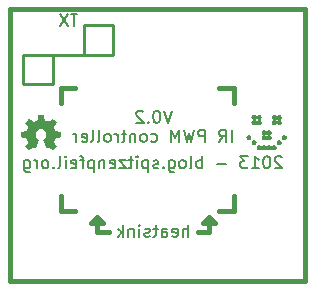
<source format=gbo>
G04 (created by PCBNEW (2013-01-15 BZR 3905)-testing) date Tue 15 Jan 2013 11:11:10 PM CET*
%MOIN*%
G04 Gerber Fmt 3.4, Leading zero omitted, Abs format*
%FSLAX34Y34*%
G01*
G70*
G90*
G04 APERTURE LIST*
%ADD10C,3.14961e-06*%
%ADD11C,0.008*%
%ADD12C,0.015*%
%ADD13C,0.00984252*%
%ADD14C,0.0001*%
%ADD15R,0.06X0.06*%
%ADD16C,0.06*%
%ADD17R,0.11811X0.0787402*%
%ADD18O,0.11811X0.0787402*%
G04 APERTURE END LIST*
G54D10*
G54D11*
X32174Y-13954D02*
X31946Y-13954D01*
X32060Y-14354D02*
X32060Y-13954D01*
X31851Y-13954D02*
X31584Y-14354D01*
X31584Y-13954D02*
X31851Y-14354D01*
G54D12*
X29921Y-13779D02*
X29921Y-22834D01*
X39763Y-22834D02*
X39763Y-13779D01*
X39763Y-13779D02*
X29921Y-13779D01*
X32834Y-21200D02*
X33228Y-21200D01*
X32834Y-20708D02*
X32834Y-21200D01*
X36574Y-21200D02*
X36181Y-21200D01*
X36574Y-20708D02*
X36574Y-21200D01*
X33031Y-20905D02*
X32834Y-20708D01*
X32637Y-20905D02*
X33031Y-20905D01*
X32834Y-20708D02*
X32637Y-20905D01*
X36771Y-20905D02*
X36574Y-20708D01*
X36377Y-20905D02*
X36771Y-20905D01*
X36574Y-20708D02*
X36377Y-20905D01*
G54D11*
X35857Y-21362D02*
X35857Y-20962D01*
X35685Y-21362D02*
X35685Y-21153D01*
X35704Y-21115D01*
X35742Y-21096D01*
X35799Y-21096D01*
X35838Y-21115D01*
X35857Y-21134D01*
X35342Y-21343D02*
X35380Y-21362D01*
X35457Y-21362D01*
X35495Y-21343D01*
X35514Y-21305D01*
X35514Y-21153D01*
X35495Y-21115D01*
X35457Y-21096D01*
X35380Y-21096D01*
X35342Y-21115D01*
X35323Y-21153D01*
X35323Y-21191D01*
X35514Y-21229D01*
X34980Y-21362D02*
X34980Y-21153D01*
X34999Y-21115D01*
X35038Y-21096D01*
X35114Y-21096D01*
X35152Y-21115D01*
X34980Y-21343D02*
X35019Y-21362D01*
X35114Y-21362D01*
X35152Y-21343D01*
X35171Y-21305D01*
X35171Y-21267D01*
X35152Y-21229D01*
X35114Y-21210D01*
X35019Y-21210D01*
X34980Y-21191D01*
X34847Y-21096D02*
X34695Y-21096D01*
X34790Y-20962D02*
X34790Y-21305D01*
X34771Y-21343D01*
X34733Y-21362D01*
X34695Y-21362D01*
X34580Y-21343D02*
X34542Y-21362D01*
X34466Y-21362D01*
X34428Y-21343D01*
X34409Y-21305D01*
X34409Y-21286D01*
X34428Y-21248D01*
X34466Y-21229D01*
X34523Y-21229D01*
X34561Y-21210D01*
X34580Y-21172D01*
X34580Y-21153D01*
X34561Y-21115D01*
X34523Y-21096D01*
X34466Y-21096D01*
X34428Y-21115D01*
X34238Y-21362D02*
X34238Y-21096D01*
X34238Y-20962D02*
X34257Y-20981D01*
X34238Y-21000D01*
X34219Y-20981D01*
X34238Y-20962D01*
X34238Y-21000D01*
X34047Y-21096D02*
X34047Y-21362D01*
X34047Y-21134D02*
X34028Y-21115D01*
X33990Y-21096D01*
X33933Y-21096D01*
X33895Y-21115D01*
X33876Y-21153D01*
X33876Y-21362D01*
X33685Y-21362D02*
X33685Y-20962D01*
X33647Y-21210D02*
X33533Y-21362D01*
X33533Y-21096D02*
X33685Y-21248D01*
G54D12*
X37381Y-20511D02*
X36889Y-20511D01*
X37381Y-20511D02*
X37381Y-20019D01*
X31614Y-20511D02*
X32106Y-20511D01*
X31614Y-20511D02*
X31614Y-20019D01*
X37381Y-16417D02*
X37381Y-16909D01*
X37381Y-16417D02*
X36889Y-16417D01*
X31614Y-16417D02*
X32106Y-16417D01*
X31614Y-16417D02*
X31614Y-16909D01*
G54D11*
X35314Y-17163D02*
X35180Y-17563D01*
X35047Y-17163D01*
X34838Y-17163D02*
X34799Y-17163D01*
X34761Y-17182D01*
X34742Y-17201D01*
X34723Y-17239D01*
X34704Y-17315D01*
X34704Y-17411D01*
X34723Y-17487D01*
X34742Y-17525D01*
X34761Y-17544D01*
X34799Y-17563D01*
X34838Y-17563D01*
X34876Y-17544D01*
X34895Y-17525D01*
X34914Y-17487D01*
X34933Y-17411D01*
X34933Y-17315D01*
X34914Y-17239D01*
X34895Y-17201D01*
X34876Y-17182D01*
X34838Y-17163D01*
X34533Y-17525D02*
X34514Y-17544D01*
X34533Y-17563D01*
X34552Y-17544D01*
X34533Y-17525D01*
X34533Y-17563D01*
X34361Y-17201D02*
X34342Y-17182D01*
X34304Y-17163D01*
X34209Y-17163D01*
X34171Y-17182D01*
X34152Y-17201D01*
X34133Y-17239D01*
X34133Y-17277D01*
X34152Y-17334D01*
X34380Y-17563D01*
X34133Y-17563D01*
X37323Y-18203D02*
X37323Y-17803D01*
X36904Y-18203D02*
X37038Y-18013D01*
X37133Y-18203D02*
X37133Y-17803D01*
X36980Y-17803D01*
X36942Y-17822D01*
X36923Y-17841D01*
X36904Y-17879D01*
X36904Y-17936D01*
X36923Y-17974D01*
X36942Y-17993D01*
X36980Y-18013D01*
X37133Y-18013D01*
X36428Y-18203D02*
X36428Y-17803D01*
X36276Y-17803D01*
X36238Y-17822D01*
X36219Y-17841D01*
X36199Y-17879D01*
X36199Y-17936D01*
X36219Y-17974D01*
X36238Y-17993D01*
X36276Y-18013D01*
X36428Y-18013D01*
X36066Y-17803D02*
X35971Y-18203D01*
X35895Y-17917D01*
X35819Y-18203D01*
X35723Y-17803D01*
X35571Y-18203D02*
X35571Y-17803D01*
X35438Y-18089D01*
X35304Y-17803D01*
X35304Y-18203D01*
X34638Y-18184D02*
X34676Y-18203D01*
X34752Y-18203D01*
X34790Y-18184D01*
X34809Y-18165D01*
X34828Y-18127D01*
X34828Y-18013D01*
X34809Y-17974D01*
X34790Y-17955D01*
X34752Y-17936D01*
X34676Y-17936D01*
X34638Y-17955D01*
X34409Y-18203D02*
X34447Y-18184D01*
X34466Y-18165D01*
X34485Y-18127D01*
X34485Y-18013D01*
X34466Y-17974D01*
X34447Y-17955D01*
X34409Y-17936D01*
X34352Y-17936D01*
X34314Y-17955D01*
X34295Y-17974D01*
X34276Y-18013D01*
X34276Y-18127D01*
X34295Y-18165D01*
X34314Y-18184D01*
X34352Y-18203D01*
X34409Y-18203D01*
X34104Y-17936D02*
X34104Y-18203D01*
X34104Y-17974D02*
X34085Y-17955D01*
X34047Y-17936D01*
X33990Y-17936D01*
X33952Y-17955D01*
X33933Y-17993D01*
X33933Y-18203D01*
X33799Y-17936D02*
X33647Y-17936D01*
X33742Y-17803D02*
X33742Y-18146D01*
X33723Y-18184D01*
X33685Y-18203D01*
X33647Y-18203D01*
X33514Y-18203D02*
X33514Y-17936D01*
X33514Y-18013D02*
X33495Y-17974D01*
X33476Y-17955D01*
X33438Y-17936D01*
X33399Y-17936D01*
X33209Y-18203D02*
X33247Y-18184D01*
X33266Y-18165D01*
X33285Y-18127D01*
X33285Y-18013D01*
X33266Y-17974D01*
X33247Y-17955D01*
X33209Y-17936D01*
X33152Y-17936D01*
X33114Y-17955D01*
X33095Y-17974D01*
X33076Y-18013D01*
X33076Y-18127D01*
X33095Y-18165D01*
X33114Y-18184D01*
X33152Y-18203D01*
X33209Y-18203D01*
X32847Y-18203D02*
X32885Y-18184D01*
X32904Y-18146D01*
X32904Y-17803D01*
X32638Y-18203D02*
X32676Y-18184D01*
X32695Y-18146D01*
X32695Y-17803D01*
X32333Y-18184D02*
X32371Y-18203D01*
X32447Y-18203D01*
X32485Y-18184D01*
X32504Y-18146D01*
X32504Y-17993D01*
X32485Y-17955D01*
X32447Y-17936D01*
X32371Y-17936D01*
X32333Y-17955D01*
X32314Y-17993D01*
X32314Y-18032D01*
X32504Y-18070D01*
X32142Y-18203D02*
X32142Y-17936D01*
X32142Y-18013D02*
X32123Y-17974D01*
X32104Y-17955D01*
X32066Y-17936D01*
X32028Y-17936D01*
X38980Y-18717D02*
X38961Y-18698D01*
X38923Y-18679D01*
X38827Y-18679D01*
X38789Y-18698D01*
X38770Y-18717D01*
X38751Y-18755D01*
X38751Y-18793D01*
X38770Y-18850D01*
X38999Y-19079D01*
X38751Y-19079D01*
X38504Y-18679D02*
X38465Y-18679D01*
X38427Y-18698D01*
X38408Y-18717D01*
X38389Y-18755D01*
X38370Y-18831D01*
X38370Y-18926D01*
X38389Y-19003D01*
X38408Y-19041D01*
X38427Y-19060D01*
X38465Y-19079D01*
X38504Y-19079D01*
X38542Y-19060D01*
X38561Y-19041D01*
X38580Y-19003D01*
X38599Y-18926D01*
X38599Y-18831D01*
X38580Y-18755D01*
X38561Y-18717D01*
X38542Y-18698D01*
X38504Y-18679D01*
X37989Y-19079D02*
X38218Y-19079D01*
X38104Y-19079D02*
X38104Y-18679D01*
X38142Y-18736D01*
X38180Y-18774D01*
X38218Y-18793D01*
X37856Y-18679D02*
X37608Y-18679D01*
X37742Y-18831D01*
X37685Y-18831D01*
X37646Y-18850D01*
X37627Y-18869D01*
X37608Y-18907D01*
X37608Y-19003D01*
X37627Y-19041D01*
X37646Y-19060D01*
X37685Y-19079D01*
X37799Y-19079D01*
X37837Y-19060D01*
X37856Y-19041D01*
X37132Y-18926D02*
X36827Y-18926D01*
X36332Y-19079D02*
X36332Y-18679D01*
X36332Y-18831D02*
X36294Y-18812D01*
X36218Y-18812D01*
X36180Y-18831D01*
X36161Y-18850D01*
X36142Y-18888D01*
X36142Y-19003D01*
X36161Y-19041D01*
X36180Y-19060D01*
X36218Y-19079D01*
X36294Y-19079D01*
X36332Y-19060D01*
X35913Y-19079D02*
X35951Y-19060D01*
X35970Y-19022D01*
X35970Y-18679D01*
X35704Y-19079D02*
X35742Y-19060D01*
X35761Y-19041D01*
X35780Y-19003D01*
X35780Y-18888D01*
X35761Y-18850D01*
X35742Y-18831D01*
X35704Y-18812D01*
X35646Y-18812D01*
X35608Y-18831D01*
X35589Y-18850D01*
X35570Y-18888D01*
X35570Y-19003D01*
X35589Y-19041D01*
X35608Y-19060D01*
X35646Y-19079D01*
X35704Y-19079D01*
X35227Y-18812D02*
X35227Y-19136D01*
X35246Y-19174D01*
X35265Y-19193D01*
X35304Y-19212D01*
X35361Y-19212D01*
X35399Y-19193D01*
X35227Y-19060D02*
X35265Y-19079D01*
X35342Y-19079D01*
X35380Y-19060D01*
X35399Y-19041D01*
X35418Y-19003D01*
X35418Y-18888D01*
X35399Y-18850D01*
X35380Y-18831D01*
X35342Y-18812D01*
X35265Y-18812D01*
X35227Y-18831D01*
X35037Y-19041D02*
X35018Y-19060D01*
X35037Y-19079D01*
X35056Y-19060D01*
X35037Y-19041D01*
X35037Y-19079D01*
X34865Y-19060D02*
X34827Y-19079D01*
X34751Y-19079D01*
X34713Y-19060D01*
X34694Y-19022D01*
X34694Y-19003D01*
X34713Y-18964D01*
X34751Y-18945D01*
X34808Y-18945D01*
X34846Y-18926D01*
X34865Y-18888D01*
X34865Y-18869D01*
X34846Y-18831D01*
X34808Y-18812D01*
X34751Y-18812D01*
X34713Y-18831D01*
X34523Y-18812D02*
X34523Y-19212D01*
X34523Y-18831D02*
X34485Y-18812D01*
X34408Y-18812D01*
X34370Y-18831D01*
X34351Y-18850D01*
X34332Y-18888D01*
X34332Y-19003D01*
X34351Y-19041D01*
X34370Y-19060D01*
X34408Y-19079D01*
X34485Y-19079D01*
X34523Y-19060D01*
X34161Y-19079D02*
X34161Y-18812D01*
X34161Y-18679D02*
X34180Y-18698D01*
X34161Y-18717D01*
X34142Y-18698D01*
X34161Y-18679D01*
X34161Y-18717D01*
X34027Y-18812D02*
X33875Y-18812D01*
X33970Y-18679D02*
X33970Y-19022D01*
X33951Y-19060D01*
X33913Y-19079D01*
X33875Y-19079D01*
X33780Y-18812D02*
X33570Y-18812D01*
X33780Y-19079D01*
X33570Y-19079D01*
X33265Y-19060D02*
X33304Y-19079D01*
X33380Y-19079D01*
X33418Y-19060D01*
X33437Y-19022D01*
X33437Y-18869D01*
X33418Y-18831D01*
X33380Y-18812D01*
X33304Y-18812D01*
X33265Y-18831D01*
X33246Y-18869D01*
X33246Y-18907D01*
X33437Y-18945D01*
X33075Y-18812D02*
X33075Y-19079D01*
X33075Y-18850D02*
X33056Y-18831D01*
X33018Y-18812D01*
X32961Y-18812D01*
X32923Y-18831D01*
X32904Y-18869D01*
X32904Y-19079D01*
X32713Y-18812D02*
X32713Y-19212D01*
X32713Y-18831D02*
X32675Y-18812D01*
X32599Y-18812D01*
X32561Y-18831D01*
X32542Y-18850D01*
X32523Y-18888D01*
X32523Y-19003D01*
X32542Y-19041D01*
X32561Y-19060D01*
X32599Y-19079D01*
X32675Y-19079D01*
X32713Y-19060D01*
X32408Y-18812D02*
X32256Y-18812D01*
X32351Y-19079D02*
X32351Y-18736D01*
X32332Y-18698D01*
X32294Y-18679D01*
X32256Y-18679D01*
X31970Y-19060D02*
X32008Y-19079D01*
X32085Y-19079D01*
X32123Y-19060D01*
X32142Y-19022D01*
X32142Y-18869D01*
X32123Y-18831D01*
X32085Y-18812D01*
X32008Y-18812D01*
X31970Y-18831D01*
X31951Y-18869D01*
X31951Y-18907D01*
X32142Y-18945D01*
X31780Y-19079D02*
X31780Y-18812D01*
X31780Y-18679D02*
X31799Y-18698D01*
X31780Y-18717D01*
X31761Y-18698D01*
X31780Y-18679D01*
X31780Y-18717D01*
X31532Y-19079D02*
X31570Y-19060D01*
X31589Y-19022D01*
X31589Y-18679D01*
X31380Y-19041D02*
X31361Y-19060D01*
X31380Y-19079D01*
X31399Y-19060D01*
X31380Y-19041D01*
X31380Y-19079D01*
X31132Y-19079D02*
X31170Y-19060D01*
X31189Y-19041D01*
X31208Y-19003D01*
X31208Y-18888D01*
X31189Y-18850D01*
X31170Y-18831D01*
X31132Y-18812D01*
X31075Y-18812D01*
X31037Y-18831D01*
X31018Y-18850D01*
X30999Y-18888D01*
X30999Y-19003D01*
X31018Y-19041D01*
X31037Y-19060D01*
X31075Y-19079D01*
X31132Y-19079D01*
X30827Y-19079D02*
X30827Y-18812D01*
X30827Y-18888D02*
X30808Y-18850D01*
X30789Y-18831D01*
X30751Y-18812D01*
X30713Y-18812D01*
X30408Y-18812D02*
X30408Y-19136D01*
X30427Y-19174D01*
X30446Y-19193D01*
X30485Y-19212D01*
X30542Y-19212D01*
X30580Y-19193D01*
X30408Y-19060D02*
X30446Y-19079D01*
X30523Y-19079D01*
X30561Y-19060D01*
X30580Y-19041D01*
X30599Y-19003D01*
X30599Y-18888D01*
X30580Y-18850D01*
X30561Y-18831D01*
X30523Y-18812D01*
X30446Y-18812D01*
X30408Y-18831D01*
G54D12*
X39763Y-22834D02*
X29921Y-22834D01*
G54D13*
X32381Y-15295D02*
X31358Y-15295D01*
X31358Y-16279D02*
X31358Y-15295D01*
X31358Y-15295D02*
X30374Y-15295D01*
X30374Y-15295D02*
X30374Y-16279D01*
X30374Y-16279D02*
X31358Y-16279D01*
X33366Y-15295D02*
X32381Y-15295D01*
X32381Y-15295D02*
X32381Y-14311D01*
X32381Y-14311D02*
X33366Y-14311D01*
X33366Y-14311D02*
X33366Y-15295D01*
G54D14*
G36*
X38738Y-18482D02*
X38755Y-18480D01*
X38771Y-18475D01*
X38778Y-18471D01*
X38792Y-18461D01*
X38803Y-18449D01*
X38812Y-18435D01*
X38818Y-18419D01*
X38820Y-18403D01*
X38820Y-18386D01*
X38816Y-18370D01*
X38808Y-18354D01*
X38803Y-18347D01*
X38796Y-18339D01*
X38789Y-18332D01*
X38781Y-18327D01*
X38779Y-18325D01*
X38765Y-18319D01*
X38750Y-18315D01*
X38733Y-18314D01*
X38727Y-18315D01*
X38718Y-18316D01*
X38710Y-18318D01*
X38701Y-18322D01*
X38691Y-18327D01*
X38677Y-18338D01*
X38666Y-18351D01*
X38658Y-18367D01*
X38655Y-18374D01*
X38653Y-18382D01*
X38652Y-18389D01*
X38652Y-18390D01*
X38652Y-18390D01*
X38651Y-18387D01*
X38651Y-18386D01*
X38649Y-18375D01*
X38645Y-18364D01*
X38640Y-18354D01*
X38630Y-18342D01*
X38617Y-18330D01*
X38603Y-18321D01*
X38586Y-18316D01*
X38568Y-18314D01*
X38564Y-18314D01*
X38550Y-18316D01*
X38538Y-18319D01*
X38535Y-18320D01*
X38521Y-18328D01*
X38508Y-18339D01*
X38498Y-18351D01*
X38490Y-18366D01*
X38485Y-18381D01*
X38485Y-18381D01*
X38484Y-18385D01*
X38484Y-18387D01*
X38484Y-18387D01*
X38484Y-18385D01*
X38483Y-18381D01*
X38482Y-18379D01*
X38477Y-18364D01*
X38469Y-18350D01*
X38458Y-18337D01*
X38448Y-18329D01*
X38434Y-18321D01*
X38418Y-18316D01*
X38400Y-18314D01*
X38387Y-18315D01*
X38370Y-18319D01*
X38355Y-18327D01*
X38342Y-18338D01*
X38330Y-18351D01*
X38329Y-18353D01*
X38325Y-18359D01*
X38323Y-18364D01*
X38321Y-18368D01*
X38319Y-18376D01*
X38317Y-18383D01*
X38316Y-18389D01*
X38316Y-18390D01*
X38316Y-18390D01*
X38315Y-18386D01*
X38313Y-18377D01*
X38309Y-18365D01*
X38304Y-18355D01*
X38294Y-18342D01*
X38281Y-18330D01*
X38266Y-18321D01*
X38250Y-18316D01*
X38232Y-18314D01*
X38216Y-18315D01*
X38200Y-18320D01*
X38185Y-18328D01*
X38171Y-18340D01*
X38165Y-18347D01*
X38158Y-18356D01*
X38153Y-18367D01*
X38150Y-18376D01*
X38148Y-18393D01*
X38148Y-18409D01*
X38152Y-18425D01*
X38158Y-18440D01*
X38168Y-18453D01*
X38179Y-18464D01*
X38193Y-18473D01*
X38208Y-18479D01*
X38225Y-18482D01*
X38227Y-18482D01*
X38244Y-18481D01*
X38260Y-18478D01*
X38276Y-18470D01*
X38281Y-18467D01*
X38292Y-18457D01*
X38302Y-18445D01*
X38309Y-18432D01*
X38311Y-18427D01*
X38313Y-18420D01*
X38315Y-18413D01*
X38316Y-18407D01*
X38316Y-18404D01*
X38316Y-18407D01*
X38317Y-18410D01*
X38318Y-18417D01*
X38321Y-18426D01*
X38323Y-18433D01*
X38327Y-18440D01*
X38338Y-18454D01*
X38350Y-18466D01*
X38365Y-18475D01*
X38382Y-18481D01*
X38385Y-18481D01*
X38397Y-18482D01*
X38409Y-18482D01*
X38420Y-18480D01*
X38431Y-18477D01*
X38447Y-18468D01*
X38461Y-18457D01*
X38462Y-18456D01*
X38471Y-18444D01*
X38478Y-18430D01*
X38483Y-18416D01*
X38483Y-18415D01*
X38484Y-18411D01*
X38484Y-18409D01*
X38484Y-18410D01*
X38485Y-18414D01*
X38485Y-18415D01*
X38487Y-18424D01*
X38491Y-18433D01*
X38496Y-18443D01*
X38504Y-18453D01*
X38516Y-18465D01*
X38531Y-18474D01*
X38548Y-18480D01*
X38551Y-18481D01*
X38562Y-18482D01*
X38574Y-18482D01*
X38585Y-18481D01*
X38595Y-18478D01*
X38610Y-18471D01*
X38624Y-18460D01*
X38636Y-18448D01*
X38645Y-18433D01*
X38647Y-18428D01*
X38649Y-18420D01*
X38651Y-18413D01*
X38652Y-18407D01*
X38652Y-18406D01*
X38652Y-18406D01*
X38653Y-18410D01*
X38653Y-18410D01*
X38655Y-18421D01*
X38659Y-18432D01*
X38664Y-18442D01*
X38667Y-18445D01*
X38677Y-18458D01*
X38691Y-18469D01*
X38705Y-18477D01*
X38721Y-18481D01*
X38738Y-18482D01*
X38738Y-18482D01*
G37*
G36*
X38058Y-18314D02*
X38068Y-18314D01*
X38078Y-18313D01*
X38089Y-18310D01*
X38105Y-18303D01*
X38119Y-18293D01*
X38131Y-18280D01*
X38139Y-18266D01*
X38145Y-18250D01*
X38147Y-18232D01*
X38146Y-18215D01*
X38142Y-18199D01*
X38134Y-18184D01*
X38124Y-18171D01*
X38110Y-18160D01*
X38106Y-18157D01*
X38090Y-18149D01*
X38073Y-18146D01*
X38055Y-18146D01*
X38038Y-18149D01*
X38024Y-18155D01*
X38009Y-18165D01*
X37997Y-18177D01*
X37988Y-18192D01*
X37981Y-18209D01*
X37980Y-18217D01*
X37979Y-18228D01*
X37979Y-18239D01*
X37981Y-18248D01*
X37982Y-18251D01*
X37988Y-18268D01*
X37998Y-18283D01*
X38011Y-18296D01*
X38026Y-18305D01*
X38033Y-18308D01*
X38043Y-18312D01*
X38052Y-18313D01*
X38058Y-18314D01*
X38058Y-18314D01*
G37*
G36*
X38907Y-18314D02*
X38924Y-18312D01*
X38941Y-18306D01*
X38956Y-18296D01*
X38960Y-18294D01*
X38971Y-18281D01*
X38981Y-18267D01*
X38987Y-18250D01*
X38988Y-18242D01*
X38989Y-18231D01*
X38989Y-18220D01*
X38987Y-18211D01*
X38986Y-18207D01*
X38979Y-18190D01*
X38970Y-18176D01*
X38958Y-18164D01*
X38943Y-18155D01*
X38927Y-18148D01*
X38909Y-18145D01*
X38903Y-18145D01*
X38886Y-18147D01*
X38870Y-18153D01*
X38856Y-18161D01*
X38844Y-18172D01*
X38834Y-18185D01*
X38826Y-18200D01*
X38822Y-18216D01*
X38821Y-18233D01*
X38822Y-18244D01*
X38824Y-18253D01*
X38827Y-18263D01*
X38834Y-18276D01*
X38845Y-18289D01*
X38858Y-18300D01*
X38873Y-18308D01*
X38889Y-18313D01*
X38907Y-18314D01*
X38907Y-18314D01*
G37*
G36*
X37890Y-18145D02*
X37902Y-18145D01*
X37912Y-18144D01*
X37924Y-18140D01*
X37940Y-18132D01*
X37954Y-18121D01*
X37963Y-18110D01*
X37972Y-18096D01*
X37977Y-18079D01*
X37978Y-18072D01*
X37979Y-18062D01*
X37978Y-18052D01*
X37977Y-18044D01*
X37976Y-18038D01*
X37969Y-18022D01*
X37960Y-18007D01*
X37947Y-17995D01*
X37932Y-17986D01*
X37926Y-17983D01*
X37915Y-17979D01*
X37904Y-17977D01*
X37892Y-17977D01*
X37884Y-17978D01*
X37875Y-17979D01*
X37866Y-17981D01*
X37857Y-17986D01*
X37852Y-17988D01*
X37838Y-17999D01*
X37826Y-18012D01*
X37817Y-18027D01*
X37812Y-18044D01*
X37811Y-18048D01*
X37810Y-18058D01*
X37811Y-18069D01*
X37812Y-18078D01*
X37813Y-18084D01*
X37820Y-18100D01*
X37829Y-18115D01*
X37842Y-18127D01*
X37857Y-18136D01*
X37874Y-18143D01*
X37879Y-18144D01*
X37890Y-18145D01*
X37890Y-18145D01*
G37*
G36*
X38566Y-18145D02*
X38583Y-18144D01*
X38599Y-18140D01*
X38608Y-18135D01*
X38622Y-18125D01*
X38634Y-18113D01*
X38644Y-18098D01*
X38649Y-18081D01*
X38650Y-18078D01*
X38652Y-18064D01*
X38652Y-18051D01*
X38648Y-18037D01*
X38642Y-18020D01*
X38632Y-18006D01*
X38619Y-17994D01*
X38604Y-17985D01*
X38587Y-17979D01*
X38576Y-17976D01*
X38582Y-17976D01*
X38583Y-17975D01*
X38595Y-17972D01*
X38608Y-17967D01*
X38619Y-17959D01*
X38621Y-17957D01*
X38634Y-17945D01*
X38643Y-17931D01*
X38649Y-17915D01*
X38652Y-17899D01*
X38651Y-17883D01*
X38648Y-17866D01*
X38640Y-17851D01*
X38640Y-17850D01*
X38630Y-17836D01*
X38617Y-17825D01*
X38603Y-17817D01*
X38587Y-17812D01*
X38571Y-17809D01*
X38555Y-17810D01*
X38539Y-17814D01*
X38524Y-17822D01*
X38510Y-17832D01*
X38502Y-17840D01*
X38494Y-17853D01*
X38488Y-17866D01*
X38485Y-17878D01*
X38484Y-17881D01*
X38484Y-17883D01*
X38484Y-17882D01*
X38483Y-17878D01*
X38480Y-17867D01*
X38475Y-17855D01*
X38468Y-17844D01*
X38464Y-17838D01*
X38451Y-17826D01*
X38437Y-17817D01*
X38420Y-17812D01*
X38403Y-17809D01*
X38386Y-17810D01*
X38376Y-17813D01*
X38359Y-17820D01*
X38345Y-17830D01*
X38333Y-17842D01*
X38324Y-17857D01*
X38318Y-17873D01*
X38317Y-17882D01*
X38316Y-17898D01*
X38319Y-17915D01*
X38325Y-17931D01*
X38335Y-17945D01*
X38347Y-17957D01*
X38362Y-17967D01*
X38368Y-17970D01*
X38376Y-17973D01*
X38383Y-17975D01*
X38389Y-17976D01*
X38390Y-17976D01*
X38389Y-17977D01*
X38386Y-17978D01*
X38377Y-17980D01*
X38366Y-17984D01*
X38356Y-17989D01*
X38351Y-17992D01*
X38340Y-18002D01*
X38330Y-18014D01*
X38323Y-18027D01*
X38318Y-18041D01*
X38316Y-18056D01*
X38316Y-18071D01*
X38317Y-18074D01*
X38322Y-18091D01*
X38329Y-18107D01*
X38341Y-18121D01*
X38350Y-18129D01*
X38365Y-18138D01*
X38382Y-18144D01*
X38389Y-18144D01*
X38398Y-18145D01*
X38407Y-18144D01*
X38416Y-18144D01*
X38423Y-18142D01*
X38429Y-18141D01*
X38445Y-18132D01*
X38459Y-18121D01*
X38470Y-18108D01*
X38474Y-18101D01*
X38480Y-18090D01*
X38483Y-18079D01*
X38483Y-18078D01*
X38484Y-18074D01*
X38484Y-18072D01*
X38484Y-18072D01*
X38484Y-18050D01*
X38484Y-18050D01*
X38484Y-18048D01*
X38483Y-18044D01*
X38483Y-18042D01*
X38478Y-18027D01*
X38469Y-18013D01*
X38459Y-18001D01*
X38446Y-17990D01*
X38432Y-17983D01*
X38431Y-17982D01*
X38423Y-17980D01*
X38416Y-17978D01*
X38409Y-17977D01*
X38416Y-17975D01*
X38426Y-17973D01*
X38441Y-17966D01*
X38455Y-17957D01*
X38466Y-17945D01*
X38475Y-17931D01*
X38479Y-17924D01*
X38482Y-17915D01*
X38483Y-17908D01*
X38484Y-17905D01*
X38484Y-17903D01*
X38484Y-17904D01*
X38485Y-17908D01*
X38486Y-17914D01*
X38489Y-17923D01*
X38493Y-17931D01*
X38498Y-17940D01*
X38509Y-17952D01*
X38522Y-17963D01*
X38537Y-17971D01*
X38552Y-17975D01*
X38560Y-17977D01*
X38552Y-17978D01*
X38551Y-17978D01*
X38544Y-17980D01*
X38536Y-17983D01*
X38535Y-17983D01*
X38521Y-17991D01*
X38508Y-18002D01*
X38498Y-18014D01*
X38490Y-18029D01*
X38485Y-18043D01*
X38485Y-18044D01*
X38484Y-18048D01*
X38484Y-18050D01*
X38484Y-18072D01*
X38484Y-18072D01*
X38484Y-18074D01*
X38485Y-18079D01*
X38488Y-18089D01*
X38495Y-18104D01*
X38506Y-18118D01*
X38518Y-18129D01*
X38533Y-18138D01*
X38533Y-18138D01*
X38549Y-18143D01*
X38566Y-18145D01*
X38566Y-18145D01*
G37*
G36*
X39067Y-18145D02*
X39081Y-18145D01*
X39093Y-18143D01*
X39101Y-18141D01*
X39117Y-18133D01*
X39131Y-18123D01*
X39142Y-18110D01*
X39151Y-18095D01*
X39156Y-18079D01*
X39158Y-18061D01*
X39157Y-18054D01*
X39154Y-18037D01*
X39147Y-18020D01*
X39137Y-18005D01*
X39134Y-18002D01*
X39122Y-17992D01*
X39108Y-17984D01*
X39093Y-17979D01*
X39093Y-17979D01*
X39080Y-17977D01*
X39066Y-17977D01*
X39054Y-17979D01*
X39049Y-17980D01*
X39033Y-17987D01*
X39019Y-17996D01*
X39008Y-18008D01*
X38999Y-18022D01*
X38992Y-18037D01*
X38989Y-18054D01*
X38990Y-18071D01*
X38993Y-18088D01*
X38999Y-18101D01*
X39009Y-18115D01*
X39021Y-18127D01*
X39036Y-18136D01*
X39052Y-18143D01*
X39054Y-18143D01*
X39067Y-18145D01*
X39067Y-18145D01*
G37*
G36*
X38234Y-17641D02*
X38251Y-17639D01*
X38267Y-17633D01*
X38275Y-17629D01*
X38282Y-17624D01*
X38290Y-17617D01*
X38299Y-17607D01*
X38308Y-17593D01*
X38314Y-17577D01*
X38315Y-17572D01*
X38316Y-17561D01*
X38316Y-17549D01*
X38314Y-17539D01*
X38310Y-17525D01*
X38302Y-17510D01*
X38292Y-17497D01*
X38290Y-17495D01*
X38282Y-17489D01*
X38273Y-17483D01*
X38265Y-17479D01*
X38262Y-17478D01*
X38255Y-17475D01*
X38248Y-17474D01*
X38243Y-17473D01*
X38240Y-17473D01*
X38243Y-17472D01*
X38247Y-17471D01*
X38253Y-17470D01*
X38259Y-17468D01*
X38271Y-17462D01*
X38284Y-17454D01*
X38294Y-17445D01*
X38295Y-17443D01*
X38306Y-17429D01*
X38312Y-17413D01*
X38316Y-17396D01*
X38316Y-17379D01*
X38315Y-17375D01*
X38310Y-17358D01*
X38302Y-17342D01*
X38291Y-17328D01*
X38281Y-17319D01*
X38266Y-17311D01*
X38250Y-17305D01*
X38246Y-17305D01*
X38235Y-17304D01*
X38223Y-17304D01*
X38212Y-17306D01*
X38203Y-17309D01*
X38187Y-17316D01*
X38174Y-17327D01*
X38163Y-17339D01*
X38154Y-17354D01*
X38149Y-17370D01*
X38149Y-17372D01*
X38148Y-17376D01*
X38147Y-17378D01*
X38147Y-17376D01*
X38146Y-17372D01*
X38144Y-17365D01*
X38142Y-17358D01*
X38139Y-17351D01*
X38136Y-17346D01*
X38126Y-17332D01*
X38113Y-17320D01*
X38098Y-17311D01*
X38082Y-17306D01*
X38064Y-17304D01*
X38050Y-17305D01*
X38034Y-17309D01*
X38019Y-17316D01*
X38010Y-17322D01*
X37998Y-17334D01*
X37989Y-17349D01*
X37982Y-17364D01*
X37979Y-17381D01*
X37979Y-17398D01*
X37983Y-17413D01*
X37990Y-17430D01*
X38000Y-17444D01*
X38013Y-17455D01*
X38028Y-17464D01*
X38045Y-17470D01*
X38055Y-17473D01*
X38049Y-17473D01*
X38046Y-17474D01*
X38032Y-17478D01*
X38019Y-17485D01*
X38007Y-17494D01*
X37997Y-17504D01*
X37991Y-17513D01*
X37985Y-17525D01*
X37981Y-17536D01*
X37980Y-17545D01*
X37979Y-17555D01*
X37979Y-17566D01*
X37981Y-17575D01*
X37984Y-17585D01*
X37992Y-17601D01*
X38002Y-17615D01*
X38016Y-17626D01*
X38031Y-17634D01*
X38049Y-17640D01*
X38053Y-17640D01*
X38064Y-17641D01*
X38075Y-17640D01*
X38084Y-17638D01*
X38091Y-17636D01*
X38107Y-17628D01*
X38121Y-17618D01*
X38132Y-17605D01*
X38141Y-17590D01*
X38146Y-17573D01*
X38146Y-17572D01*
X38147Y-17568D01*
X38148Y-17568D01*
X38148Y-17545D01*
X38147Y-17544D01*
X38146Y-17541D01*
X38146Y-17540D01*
X38143Y-17529D01*
X38138Y-17517D01*
X38131Y-17506D01*
X38126Y-17500D01*
X38113Y-17488D01*
X38097Y-17479D01*
X38080Y-17474D01*
X38072Y-17472D01*
X38078Y-17471D01*
X38083Y-17470D01*
X38088Y-17468D01*
X38092Y-17467D01*
X38107Y-17460D01*
X38121Y-17449D01*
X38132Y-17437D01*
X38140Y-17422D01*
X38146Y-17406D01*
X38146Y-17402D01*
X38147Y-17399D01*
X38148Y-17401D01*
X38149Y-17406D01*
X38149Y-17406D01*
X38152Y-17415D01*
X38156Y-17425D01*
X38161Y-17434D01*
X38166Y-17440D01*
X38173Y-17448D01*
X38182Y-17456D01*
X38190Y-17461D01*
X38190Y-17461D01*
X38203Y-17467D01*
X38217Y-17471D01*
X38223Y-17472D01*
X38216Y-17473D01*
X38201Y-17478D01*
X38186Y-17486D01*
X38173Y-17496D01*
X38162Y-17509D01*
X38159Y-17513D01*
X38155Y-17521D01*
X38152Y-17530D01*
X38149Y-17538D01*
X38148Y-17543D01*
X38148Y-17543D01*
X38148Y-17545D01*
X38148Y-17568D01*
X38148Y-17568D01*
X38149Y-17572D01*
X38150Y-17577D01*
X38151Y-17582D01*
X38155Y-17591D01*
X38163Y-17606D01*
X38174Y-17618D01*
X38187Y-17628D01*
X38202Y-17635D01*
X38218Y-17640D01*
X38234Y-17641D01*
X38234Y-17641D01*
G37*
G36*
X38741Y-17641D02*
X38757Y-17638D01*
X38773Y-17632D01*
X38787Y-17623D01*
X38800Y-17612D01*
X38809Y-17598D01*
X38817Y-17582D01*
X38818Y-17577D01*
X38819Y-17572D01*
X38819Y-17571D01*
X38820Y-17568D01*
X38820Y-17568D01*
X38820Y-17545D01*
X38820Y-17542D01*
X38818Y-17536D01*
X38815Y-17527D01*
X38808Y-17512D01*
X38797Y-17498D01*
X38785Y-17487D01*
X38770Y-17479D01*
X38753Y-17474D01*
X38745Y-17472D01*
X38751Y-17471D01*
X38752Y-17471D01*
X38765Y-17467D01*
X38778Y-17461D01*
X38784Y-17458D01*
X38792Y-17451D01*
X38800Y-17442D01*
X38807Y-17434D01*
X38811Y-17427D01*
X38816Y-17416D01*
X38819Y-17406D01*
X38820Y-17402D01*
X38820Y-17399D01*
X38821Y-17401D01*
X38822Y-17406D01*
X38826Y-17417D01*
X38833Y-17432D01*
X38844Y-17446D01*
X38857Y-17457D01*
X38873Y-17466D01*
X38890Y-17471D01*
X38896Y-17472D01*
X38888Y-17474D01*
X38880Y-17476D01*
X38864Y-17483D01*
X38849Y-17493D01*
X38837Y-17506D01*
X38834Y-17511D01*
X38829Y-17519D01*
X38826Y-17528D01*
X38824Y-17534D01*
X38822Y-17540D01*
X38822Y-17540D01*
X38821Y-17544D01*
X38820Y-17545D01*
X38820Y-17568D01*
X38821Y-17569D01*
X38822Y-17573D01*
X38823Y-17579D01*
X38828Y-17591D01*
X38835Y-17603D01*
X38840Y-17610D01*
X38852Y-17622D01*
X38867Y-17632D01*
X38884Y-17638D01*
X38892Y-17640D01*
X38903Y-17640D01*
X38915Y-17640D01*
X38926Y-17638D01*
X38927Y-17638D01*
X38944Y-17631D01*
X38958Y-17621D01*
X38971Y-17609D01*
X38980Y-17594D01*
X38987Y-17577D01*
X38988Y-17570D01*
X38989Y-17558D01*
X38988Y-17546D01*
X38987Y-17536D01*
X38984Y-17527D01*
X38978Y-17515D01*
X38971Y-17504D01*
X38963Y-17496D01*
X38953Y-17487D01*
X38942Y-17481D01*
X38938Y-17479D01*
X38930Y-17476D01*
X38922Y-17474D01*
X38916Y-17473D01*
X38916Y-17473D01*
X38918Y-17472D01*
X38923Y-17470D01*
X38932Y-17467D01*
X38943Y-17463D01*
X38953Y-17458D01*
X38954Y-17456D01*
X38965Y-17446D01*
X38975Y-17434D01*
X38982Y-17422D01*
X38985Y-17416D01*
X38988Y-17399D01*
X38989Y-17381D01*
X38986Y-17364D01*
X38985Y-17361D01*
X38978Y-17345D01*
X38967Y-17331D01*
X38954Y-17320D01*
X38939Y-17311D01*
X38923Y-17305D01*
X38920Y-17305D01*
X38909Y-17304D01*
X38896Y-17304D01*
X38885Y-17306D01*
X38883Y-17306D01*
X38866Y-17313D01*
X38851Y-17323D01*
X38839Y-17335D01*
X38829Y-17351D01*
X38827Y-17356D01*
X38824Y-17363D01*
X38822Y-17370D01*
X38821Y-17376D01*
X38821Y-17377D01*
X38821Y-17378D01*
X38820Y-17375D01*
X38819Y-17371D01*
X38816Y-17359D01*
X38809Y-17344D01*
X38798Y-17331D01*
X38786Y-17320D01*
X38771Y-17311D01*
X38771Y-17311D01*
X38755Y-17306D01*
X38738Y-17304D01*
X38721Y-17305D01*
X38705Y-17309D01*
X38696Y-17314D01*
X38682Y-17324D01*
X38670Y-17336D01*
X38660Y-17351D01*
X38655Y-17367D01*
X38654Y-17371D01*
X38652Y-17385D01*
X38652Y-17398D01*
X38656Y-17413D01*
X38663Y-17429D01*
X38673Y-17444D01*
X38686Y-17455D01*
X38701Y-17464D01*
X38718Y-17470D01*
X38722Y-17471D01*
X38725Y-17472D01*
X38725Y-17473D01*
X38720Y-17473D01*
X38710Y-17476D01*
X38700Y-17481D01*
X38690Y-17486D01*
X38680Y-17493D01*
X38669Y-17506D01*
X38660Y-17522D01*
X38658Y-17524D01*
X38653Y-17541D01*
X38652Y-17558D01*
X38654Y-17575D01*
X38660Y-17591D01*
X38663Y-17599D01*
X38669Y-17607D01*
X38676Y-17615D01*
X38676Y-17615D01*
X38690Y-17627D01*
X38705Y-17635D01*
X38722Y-17640D01*
X38724Y-17640D01*
X38741Y-17641D01*
X38741Y-17641D01*
G37*
G36*
X30566Y-18483D02*
X30573Y-18479D01*
X30588Y-18470D01*
X30610Y-18455D01*
X30636Y-18438D01*
X30662Y-18420D01*
X30684Y-18406D01*
X30699Y-18396D01*
X30705Y-18393D01*
X30708Y-18394D01*
X30721Y-18400D01*
X30738Y-18409D01*
X30749Y-18415D01*
X30765Y-18422D01*
X30774Y-18423D01*
X30775Y-18421D01*
X30781Y-18409D01*
X30790Y-18387D01*
X30803Y-18359D01*
X30817Y-18325D01*
X30832Y-18289D01*
X30848Y-18253D01*
X30862Y-18218D01*
X30875Y-18186D01*
X30885Y-18160D01*
X30892Y-18143D01*
X30895Y-18135D01*
X30894Y-18133D01*
X30886Y-18125D01*
X30871Y-18115D01*
X30840Y-18089D01*
X30809Y-18051D01*
X30791Y-18008D01*
X30784Y-17959D01*
X30790Y-17914D01*
X30807Y-17872D01*
X30837Y-17833D01*
X30874Y-17804D01*
X30916Y-17786D01*
X30964Y-17780D01*
X31009Y-17785D01*
X31053Y-17803D01*
X31092Y-17832D01*
X31109Y-17851D01*
X31131Y-17890D01*
X31144Y-17932D01*
X31145Y-17943D01*
X31143Y-17989D01*
X31130Y-18033D01*
X31105Y-18072D01*
X31072Y-18105D01*
X31067Y-18108D01*
X31052Y-18120D01*
X31041Y-18128D01*
X31033Y-18134D01*
X31092Y-18276D01*
X31101Y-18298D01*
X31117Y-18337D01*
X31131Y-18370D01*
X31143Y-18397D01*
X31151Y-18415D01*
X31154Y-18422D01*
X31154Y-18422D01*
X31160Y-18423D01*
X31170Y-18419D01*
X31190Y-18410D01*
X31203Y-18403D01*
X31218Y-18396D01*
X31225Y-18393D01*
X31231Y-18396D01*
X31245Y-18405D01*
X31266Y-18419D01*
X31292Y-18437D01*
X31316Y-18453D01*
X31338Y-18468D01*
X31354Y-18478D01*
X31362Y-18482D01*
X31363Y-18482D01*
X31370Y-18478D01*
X31383Y-18468D01*
X31402Y-18450D01*
X31429Y-18423D01*
X31433Y-18418D01*
X31456Y-18396D01*
X31474Y-18377D01*
X31486Y-18363D01*
X31491Y-18357D01*
X31491Y-18357D01*
X31487Y-18349D01*
X31476Y-18333D01*
X31462Y-18310D01*
X31444Y-18284D01*
X31397Y-18216D01*
X31423Y-18152D01*
X31431Y-18132D01*
X31441Y-18108D01*
X31448Y-18091D01*
X31452Y-18084D01*
X31459Y-18081D01*
X31476Y-18077D01*
X31502Y-18072D01*
X31532Y-18066D01*
X31561Y-18061D01*
X31587Y-18056D01*
X31606Y-18052D01*
X31615Y-18051D01*
X31617Y-18049D01*
X31619Y-18045D01*
X31620Y-18036D01*
X31620Y-18020D01*
X31621Y-17995D01*
X31621Y-17959D01*
X31621Y-17955D01*
X31620Y-17921D01*
X31620Y-17893D01*
X31619Y-17876D01*
X31618Y-17869D01*
X31618Y-17869D01*
X31609Y-17867D01*
X31591Y-17863D01*
X31565Y-17858D01*
X31534Y-17852D01*
X31532Y-17851D01*
X31501Y-17845D01*
X31474Y-17840D01*
X31456Y-17836D01*
X31449Y-17833D01*
X31447Y-17831D01*
X31441Y-17819D01*
X31432Y-17800D01*
X31421Y-17776D01*
X31411Y-17752D01*
X31403Y-17730D01*
X31397Y-17713D01*
X31395Y-17706D01*
X31395Y-17706D01*
X31400Y-17698D01*
X31410Y-17682D01*
X31425Y-17660D01*
X31444Y-17633D01*
X31445Y-17631D01*
X31463Y-17605D01*
X31477Y-17583D01*
X31487Y-17567D01*
X31491Y-17560D01*
X31490Y-17559D01*
X31485Y-17552D01*
X31471Y-17537D01*
X31452Y-17517D01*
X31429Y-17493D01*
X31422Y-17486D01*
X31396Y-17461D01*
X31378Y-17445D01*
X31367Y-17436D01*
X31362Y-17434D01*
X31362Y-17434D01*
X31354Y-17439D01*
X31337Y-17450D01*
X31315Y-17465D01*
X31288Y-17483D01*
X31286Y-17485D01*
X31260Y-17503D01*
X31238Y-17517D01*
X31223Y-17528D01*
X31216Y-17532D01*
X31215Y-17532D01*
X31204Y-17529D01*
X31185Y-17522D01*
X31162Y-17513D01*
X31138Y-17503D01*
X31116Y-17494D01*
X31099Y-17487D01*
X31092Y-17482D01*
X31091Y-17482D01*
X31089Y-17472D01*
X31084Y-17453D01*
X31078Y-17426D01*
X31072Y-17393D01*
X31071Y-17388D01*
X31065Y-17357D01*
X31060Y-17331D01*
X31057Y-17313D01*
X31055Y-17306D01*
X31050Y-17305D01*
X31035Y-17304D01*
X31012Y-17303D01*
X30984Y-17303D01*
X30954Y-17303D01*
X30925Y-17304D01*
X30901Y-17304D01*
X30883Y-17306D01*
X30875Y-17307D01*
X30875Y-17308D01*
X30872Y-17317D01*
X30868Y-17337D01*
X30863Y-17364D01*
X30856Y-17396D01*
X30855Y-17402D01*
X30849Y-17433D01*
X30844Y-17459D01*
X30840Y-17477D01*
X30838Y-17484D01*
X30836Y-17485D01*
X30823Y-17491D01*
X30802Y-17499D01*
X30776Y-17510D01*
X30716Y-17534D01*
X30642Y-17484D01*
X30635Y-17479D01*
X30609Y-17461D01*
X30587Y-17446D01*
X30572Y-17437D01*
X30565Y-17433D01*
X30565Y-17433D01*
X30557Y-17440D01*
X30543Y-17453D01*
X30523Y-17473D01*
X30500Y-17496D01*
X30482Y-17513D01*
X30462Y-17534D01*
X30449Y-17548D01*
X30442Y-17557D01*
X30440Y-17562D01*
X30440Y-17566D01*
X30445Y-17573D01*
X30456Y-17590D01*
X30471Y-17612D01*
X30489Y-17638D01*
X30504Y-17660D01*
X30520Y-17685D01*
X30530Y-17702D01*
X30534Y-17711D01*
X30533Y-17715D01*
X30528Y-17729D01*
X30519Y-17751D01*
X30508Y-17777D01*
X30482Y-17835D01*
X30444Y-17843D01*
X30421Y-17847D01*
X30388Y-17853D01*
X30357Y-17859D01*
X30309Y-17869D01*
X30307Y-18046D01*
X30315Y-18049D01*
X30322Y-18051D01*
X30340Y-18055D01*
X30365Y-18060D01*
X30396Y-18066D01*
X30421Y-18071D01*
X30447Y-18076D01*
X30466Y-18079D01*
X30474Y-18081D01*
X30476Y-18084D01*
X30483Y-18096D01*
X30492Y-18116D01*
X30502Y-18140D01*
X30513Y-18165D01*
X30522Y-18188D01*
X30528Y-18206D01*
X30531Y-18215D01*
X30527Y-18222D01*
X30517Y-18237D01*
X30503Y-18259D01*
X30485Y-18285D01*
X30468Y-18310D01*
X30453Y-18333D01*
X30443Y-18348D01*
X30438Y-18356D01*
X30440Y-18361D01*
X30451Y-18373D01*
X30470Y-18393D01*
X30499Y-18422D01*
X30504Y-18426D01*
X30527Y-18449D01*
X30546Y-18467D01*
X30560Y-18479D01*
X30566Y-18483D01*
X30566Y-18483D01*
G37*
%LPC*%
G54D15*
X32870Y-14795D03*
G54D16*
X32870Y-15795D03*
X31870Y-14795D03*
X31870Y-15795D03*
X30870Y-14795D03*
X30870Y-15795D03*
G54D15*
X38893Y-15255D03*
G54D16*
X37893Y-15255D03*
X36893Y-15255D03*
G54D17*
X38877Y-21562D03*
G54D18*
X38877Y-20562D03*
G54D17*
X30787Y-21562D03*
G54D18*
X30787Y-20562D03*
M02*

</source>
